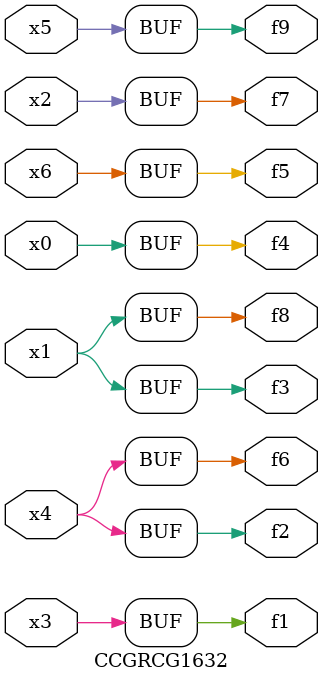
<source format=v>
module CCGRCG1632(
	input x0, x1, x2, x3, x4, x5, x6,
	output f1, f2, f3, f4, f5, f6, f7, f8, f9
);
	assign f1 = x3;
	assign f2 = x4;
	assign f3 = x1;
	assign f4 = x0;
	assign f5 = x6;
	assign f6 = x4;
	assign f7 = x2;
	assign f8 = x1;
	assign f9 = x5;
endmodule

</source>
